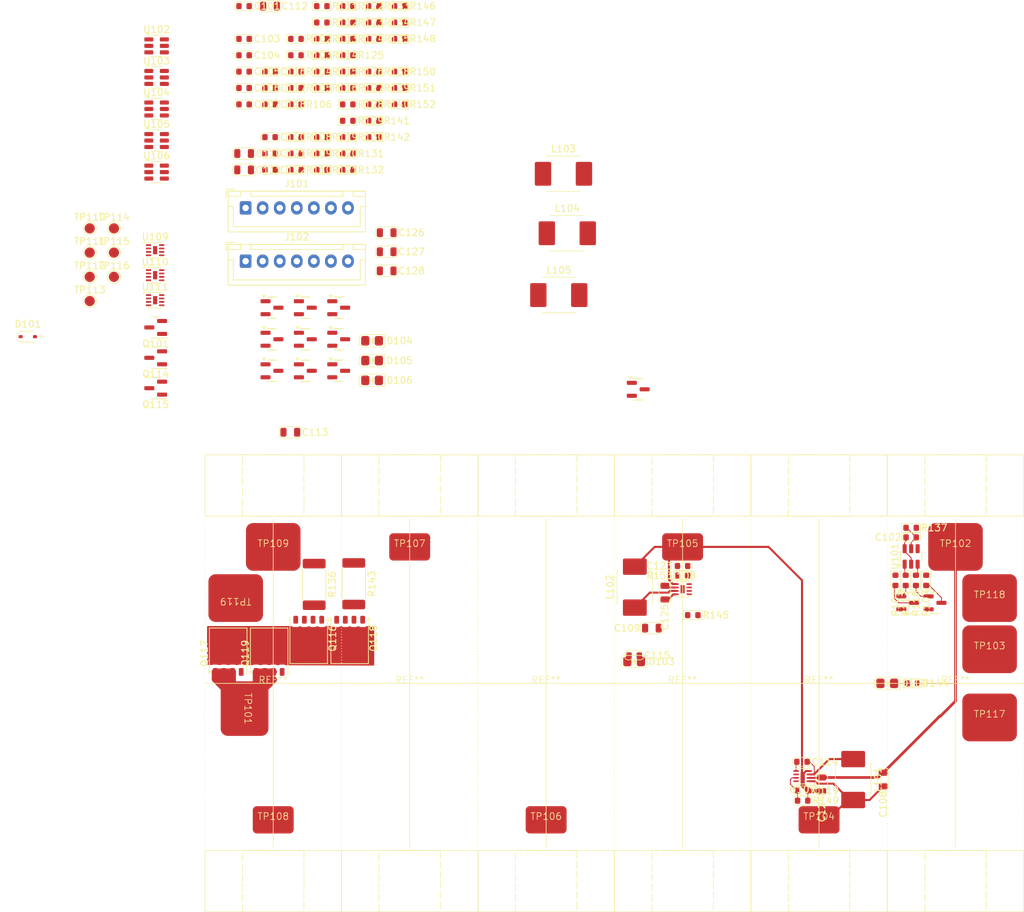
<source format=kicad_pcb>
(kicad_pcb (version 20241229) (generator "pcbnew") (generator_version "9.0")
  (layers (0 "F.Cu" signal) (4 "In1.Cu" signal) (6 "In2.Cu" signal) (2 "B.Cu" signal) (13 "F.Paste" user) (15 "B.Paste" user) (5 "F.SilkS" user "F.Silkscreen") (7 "B.SilkS" user "B.Silkscreen") (1 "F.Mask" user) (3 "B.Mask" user) (25 "Edge.Cuts" user))
  (net 0 "")
  (net 1 "Net-(Q101-B)")
  (net 2 "Net-(D104-K)")
  (net 3 "Net-(D105-K)")
  (net 4 "VBATT-")
  (net 5 "Net-(U101-VCC)")
  (net 6 "Net-(U102-VCC)")
  (net 7 "Net-(U103-VCC)")
  (net 8 "Net-(U104-VCC)")
  (net 9 "Net-(U105-VCC)")
  (net 10 "Net-(U106-VCC)")
  (net 11 "Net-(U107-BIAS)")
  (net 12 "VBATT+")
  (net 13 "Net-(U107-SW)")
  (net 14 "Net-(U108-SW)")
  (net 15 "Net-(U108-BIAS)")
  (net 16 "Net-(U109-BIAS)")
  (net 17 "Net-(U109-SW)")
  (net 18 "Net-(U110-BIAS)")
  (net 19 "Net-(U110-SW)")
  (net 20 "Net-(U111-SW)")
  (net 21 "Net-(U111-BIAS)")
  (net 22 "Net-(U107-ISET)")
  (net 23 "Net-(U109-ISET)")
  (net 24 "Net-(U110-ISET)")
  (net 25 "Net-(U111-ISET)")
  (net 26 "Net-(U108-ISET)")
  (net 27 "Net-(D102-K)")
  (net 28 "Net-(D101-A)")
  (net 29 "Net-(D101-K)")
  (net 30 "Net-(D102-A)")
  (net 31 "Net-(D106-A)")
  (net 32 "Net-(D103-K)")
  (net 33 "Net-(D103-A)")
  (net 34 "Net-(D104-A)")
  (net 35 "Net-(D105-A)")
  (net 36 "Net-(D106-K)")
  (net 37 "Net-(Q101-C)")
  (net 38 "Net-(Q102-B)")
  (net 39 "Net-(Q102-C)")
  (net 40 "Net-(Q103-C)")
  (net 41 "Net-(Q103-B)")
  (net 42 "Net-(Q104-B)")
  (net 43 "Net-(Q104-C)")
  (net 44 "Net-(Q105-B)")
  (net 45 "Net-(Q105-C)")
  (net 46 "Net-(Q106-B)")
  (net 47 "Net-(Q106-C)")
  (net 48 "Net-(Q107-B)")
  (net 49 "Net-(Q107-C)")
  (net 50 "Net-(Q108-B)")
  (net 51 "Net-(Q108-C)")
  (net 52 "Net-(Q109-B)")
  (net 53 "Net-(Q109-C)")
  (net 54 "Net-(Q110-C)")
  (net 55 "Net-(Q110-B)")
  (net 56 "Net-(Q111-B)")
  (net 57 "Net-(Q111-C)")
  (net 58 "Net-(Q112-B)")
  (net 59 "Net-(Q112-C)")
  (net 60 "Net-(Q113-C)")
  (net 61 "Net-(Q113-B)")
  (net 62 "Net-(Q115-B)")
  (net 63 "Net-(Q114-E)")
  (net 64 "Net-(U101-OD)")
  (net 65 "Net-(U101-OC)")
  (net 66 "Net-(U102-OD)")
  (net 67 "Net-(U102-OC)")
  (net 68 "Net-(U103-OD)")
  (net 69 "Net-(U103-OC)")
  (net 70 "Net-(U104-OD)")
  (net 71 "Net-(U104-OC)")
  (net 72 "Net-(U105-OD)")
  (net 73 "Net-(U105-OC)")
  (net 74 "Net-(U106-OD)")
  (net 75 "Net-(U106-OC)")
  (net 76 "Net-(U106-VM)")
  (net 88 "Net-(Q114-C)")
  (net 89 "/P-")
  (net 90 "/B5")
  (net 91 "/B4")
  (net 92 "/B3")
  (net 93 "/B2")
  (net 94 "/B1")
  (net 95 "Net-(Q116-S-Pad1)")
  (net 96 "Net-(Q116-D)")
  (footprint "A_Misc:TestPad_7x8" (layer "F.Cu") (at 165 107.5)
    (property "Reference" "TP118")
    (property "Value" "P+")
  )
  (footprint "PCM_JLCPCB:Q_SOT-23" (layer "F.Cu") (at 64.7038 64.9404)
    (property "Reference" "Q108" (hide yes))
    (property "Value" "MMBT5401")
  )
  (footprint "Package_TO_SOT_SMD:SOT-23-6" (layer "F.Cu") (at 42.9038 40.4404)
    (property "Reference" "U105")
    (property "Value" "DW01A")
  )
  (footprint "A_Device:L_6.6x7.0mm" (layer "F.Cu") (at 113 105.9 90)
    (property "Reference" "L102")
    (property "Value" "1uH")
  )
  (footprint "A_Device:C_0805" (layer "F.Cu") (at 140.4 134.8 -90)
    (property "Reference" "C124")
    (property "Value" "22uF")
  )
  (footprint "TestPoint:TestPoint_Pad_D1.5mm" (layer "F.Cu") (at 33.1038 60.4154)
    (property "Reference" "TP112")
    (property "Value" "B4")
  )
  (footprint "A_Misc:18650_Case_Side" (layer "F.Cu") (at 120 120)
    (property "Reference" "REF**")
    (property "Value" "18650_Case_Side")
  )
  (footprint "A_Device:R_0603" (layer "F.Cu") (at 78.5288 20.7404)
    (property "Reference" "R146")
    (property "Value" "1k")
  )
  (footprint "A_Device:C_0603" (layer "F.Cu") (at 55.7288 20.7404)
    (property "Reference" "C101")
    (property "Value" "470nF")
  )
  (footprint "PCM_JLCPCB:Q_SOT-23" (layer "F.Cu") (at 157 108.2)
    (property "Reference" "Q103" (hide yes))
    (property "Value" "MMBT5401")
  )
  (footprint "A_Device:R_0603" (layer "F.Cu") (at 154.2 104.9 -90)
    (property "Reference" "R118")
    (property "Value" "1M")
  )
  (footprint "TestPoint:TestPoint_Pad_D1.5mm" (layer "F.Cu") (at 36.6538 56.8654)
    (property "Reference" "TP115")
    (property "Value" "B1")
  )
  (footprint "A_Device:R_0603" (layer "F.Cu") (at 63.3288 25.5404)
    (property "Reference" "R102")
    (property "Value" "1M")
  )
  (footprint "TestPoint:TestPoint_Pad_D1.5mm" (layer "F.Cu") (at 33.1038 53.3154)
    (property "Reference" "TP110")
    (property "Value" "B+")
  )
  (footprint "A_Device:R_0603" (layer "F.Cu") (at 74.7288 20.7404)
    (property "Reference" "R133")
    (property "Value" "1M")
  )
  (footprint "A_Passive:LED_0805" (layer "F.Cu") (at 112.9 116.8)
    (property "Reference" "D103")
    (property "Value" "4-5")
  )
  (footprint "A_Passive:LED_0805" (layer "F.Cu") (at 74.4888 69.7904)
    (property "Reference" "D104")
    (property "Value" "2-3")
  )
  (footprint "A_Passive:LED_0805" (layer "F.Cu") (at 150 120)
    (property "Reference" "D102")
    (property "Value" "5-6")
  )
  (footprint "A_Device:R_0603" (layer "F.Cu") (at 155.7 104.9 -90)
    (property "Reference" "R107")
    (property "Value" "1M")
  )
  (footprint "A_Device:L_6.6x7.0mm" (layer "F.Cu") (at 103.0986 54.0258)
    (property "Reference" "L104")
    (property "Value" "1uH")
  )
  (footprint "A_Device:C_0603" (layer "F.Cu") (at 55.7288 30.3404)
    (property "Reference" "C105")
    (property "Value" "100n")
  )
  (footprint "A_Device:R_0603" (layer "F.Cu") (at 74.7288 25.5404)
    (property "Reference" "R135")
    (property "Value" "1M")
  )
  (footprint "A_Device:R_0603" (layer "F.Cu") (at 70.9288 25.5404)
    (property "Reference" "R124")
    (property "Value" "1M")
  )
  (footprint "A_Device:R_0603" (layer "F.Cu") (at 63.3288 44.7404)
    (property "Reference" "R110")
    (property "Value" "1M")
  )
  (footprint "A_Device:R_0603" (layer "F.Cu") (at 70.9288 44.7404)
    (property "Reference" "R132")
    (property "Value" "1M")
  )
  (footprint "A_Misc:TestPad_7x8" (layer "F.Cu") (at 60 100)
    (property "Reference" "TP109")
    (property "Value" "B-")
  )
  (footprint "A_Device:C_0805" (layer "F.Cu") (at 76.6288 56.7404)
    (property "Reference" "C127")
    (property "Value" "22uF")
  )
  (footprint "A_Device:R_0603" (layer "F.Cu") (at 70.9288 27.9404)
    (property "Reference" "R125")
    (property "Value" "1M")
  )
  (footprint "A_Device:R_0603" (layer "F.Cu") (at 78.5288 23.1404)
    (property "Reference" "R147")
    (property "Value" "1k")
  )
  (footprint "A_Device:C_0805" (layer "F.Cu") (at 62.5 83.2)
    (property "Reference" "C113")
    (property "Value" "10uF")
  )
  (footprint "Package_TO_SOT_SMD:SOT-23-6" (layer "F.Cu") (at 42.9038 31.1904)
    (property "Reference" "U103")
    (property "Value" "DW01A")
  )
  (footprint "Package_DFN_QFN:DFN-8-1EP_2x2mm_P0.5mm_EP0.6x1.2mm" (layer "F.Cu") (at 120 106.2)
    (property "Reference" "U108")
    (property "Value" "ETA3000D2I")
  )
  (footprint "A_Device:C_0603" (layer "F.Cu") (at 120 102.8 180)
    (property "Reference" "C123")
    (property "Value" "1n")
  )
  (footprint "A_Device:R_0603" (layer "F.Cu") (at 74.7288 35.1404)
    (property "Reference" "R140")
    (property "Value" "1k")
  )
  (footprint "A_Device:R_0603" (layer "F.Cu") (at 152.7 104.9 -90)
    (property "Reference" "R117")
    (property "Value" "1M")
  )
  (footprint "A_Device:R_0603" (layer "F.Cu") (at 70.9288 23.1404)
    (property "Reference" "R123")
    (property "Value" "1M")
  )
  (footprint "A_Misc:TestPad_4x6" (layer "F.Cu") (at 120 100)
    (property "Reference" "TP105")
    (property "Value" "B4")
  )
  (footprint "A_Device:R_0603" (layer "F.Cu") (at 121.5 110)
    (property "Reference" "R145")
    (property "Value" "1k")
  )
  (footprint "PCM_JLCPCB:Q_SOT-23" (layer "F.Cu") (at 59.8138 74.1904)
    (property "Reference" "Q107" (hide yes))
    (property "Value" "MMBT5401")
  )
  (footprint "A_IC_SOT:SOT-23_jlc" (layer "F.Cu") (at 42.3738 76.7354)
    (property "Reference" "Q115")
    (property "Value" "BFS20")
  )
  (footprint "A_Device:R_0603" (layer "F.Cu") (at 63.3288 39.9404)
    (property "Reference" "R108")
    (property "Value" "1M")
  )
  (footprint "A_IC_SOT:SOT-23_jlc" (layer "F.Cu") (at 42.3738 67.8354)
    (property "Reference" "Q101")
    (property "Value" "BFS20")
  )
  (footprint "A_Device:C_0603" (layer "F.Cu") (at 112.9 115.9)
    (property "Reference" "C115")
    (property "Value" "10n")
  )
  (footprint "A_Device:C_0805" (layer "F.Cu") (at 149.4 134.1 -90)
    (property "Reference" "C108")
    (property "Value" "10uF")
  )
  (footprint "A_Device:D_SOD-323_1.8x1.4x1.15" (layer "F.Cu") (at 24.0288 69.1854)
    (property "Reference" "D101")
    (property "Value" "1N4148WS")
  )
  (footprint "A_Device:R_0603" (layer "F.Cu") (at 74.7288 30.3404)
    (property "Reference" "R138")
    (property "Value" "1k")
  )
  (footprint "PCM_JLCPCB:Q_SOT-23" (layer "F.Cu") (at 69.5938 64.9404)
    (property "Reference" "Q111" (hide yes))
    (property "Value" "MMBT5401")
  )
  (footprint "A_IC_SOT:SOT-23_jlc" (layer "F.Cu") (at 42.3738 72.2854)
    (property "Reference" "Q114")
    (property "Value" "BFS20")
  )
  (footprint "A_Device:R_0603" (layer "F.Cu") (at 74.7288 39.9404)
    (property "Reference" "R142")
    (property "Value" "1k")
  )
  (footprint "Package_TO_SOT_SMD:SOT-23-6" (layer "F.Cu") (at 153.5 101.4 90)
    (property "Reference" "U101")
    (property "Value" "DW01A")
  )
  (footprint "A_Device:C_0805" (layer "F.Cu") (at 117.4 106.7 -90)
    (property "Reference" "C125")
    (property "Value" "22uF")
  )
  (footprint "PCM_JLCPCB:Q_SOT-23" (layer "F.Cu") (at 69.5938 69.5654)
    (property "Reference" "Q112" (hide yes))
    (property "Value" "MMBT5401")
  )
  (footprint "A_Device:R_0603" (layer "F.Cu") (at 63.3288 32.7404)
    (property "Reference" "R105")
    (property "Value" "1M")
  )
  (footprint "Package_DFN_QFN:DFN-8-1EP_2x2mm_P0.5mm_EP0.6x1.2mm" (layer "F.Cu") (at 137.6 133.6 180)
    (property "Reference" "U107")
    (property "Value" "ETA3000D2I")
  )
  (footprint "PCM_JLCPCB:Q_SOT-23" (layer "F.Cu") (at 59.8138 69.5654)
    (property "Reference" "Q106" (hide yes))
    (property "Value" "MMBT5401")
  )
  (footprint "A_Device:C_0805" (layer "F.Cu") (at 55.7288 42.3404)
    (property "Reference" "C110")
    (property "Value" "10uF")
  )
  (footprint "PCM_JLCPCB:Q_SOT-23" (layer "F.Cu") (at 153 108.2)
    (property "Reference" "Q102" (hide yes))
    (property "Value" "MMBT5401")
  )
  (footprint "A_Device:C_0603" (layer "F.Cu") (at 59.5288 32.7404)
    (property "Reference" "C117")
    (property "Value" "10n")
  )
  (footprint "A_Device:R_0603" (layer "F.Cu") (at 67.1288 23.1404)
    (property "Reference" "R112")
    (property "Value" "1M")
  )
  (footprint "A_Device:R_0603" (layer "F.Cu") (at 67.1288 32.7404)
    (property "Reference" "R116")
    (property "Value" "1M")
  )
  (footprint "A_Device:C_0603" (layer "F.Cu") (at 59.5288 39.9404)
    (property "Reference" "C120")
    (property "Value" "1n")
  )
  (footprint "A_Misc:TestPad_7x8" (layer "F.Cu") (at 160 100)
    (property "Reference" "TP102")
    (property "Value" "P+")
  )
  (footprint "A_Device:C_0603" (layer "F.Cu") (at 55.7288 32.7404)
    (property "Reference" "C106")
    (property "Value" "100n")
  )
  (footprint "Package_DFN_QFN:DFN-8-1EP_2x2mm_P0.5mm_EP0.6x1.2mm" (layer "F.Cu") (at 42.6888 60.1754)
    (property "Reference" "U110")
    (property "Value" "ETA3000D2I")
  )
  (footprint "A_Device:R_0603" (layer "F.Cu") (at 78.5288 25.5404)
    (property "Reference" "R148")
    (property "Value" "1k")
  )
  (footprint "A_Device:L_6.6x7.0mm" (layer "F.Cu") (at 145 134.1 -90)
    (property "Reference" "L101")
    (property "Value" "1uH")
  )
  (footprint "A_Device:C_0603" (layer "F.Cu") (at 59.5288 42.3404)
    (property "Reference" "C121")
    (property "Value" "1n")
  )
  (footprint "Package_DFN_QFN:PQFN-8-EP_6x5mm_P1.27mm_Generic" (layer "F.Cu") (at 71.198666 113.4 -90)
    (property "Reference" "Q118")
    (property "Value" "HYG025N04NA1C2")
  )
  (footprint "A_Device:C_0805" (layer "F.Cu") (at 55.7288 44.7404)
    (property "Reference" "C111")
    (property "Value" "10uF")
  )
  (footprint "TestPoint:TestPoint_Pad_D1.5mm" (layer "F.Cu") (at 36.6538 60.4154)
    (property "Reference" "TP116")
    (property "Value" "B-")
  )
  (footprint "A_Device:R_0603" (layer "F.Cu") (at 67.1288 25.5404)
    (property "Reference" "R113")
    (property "Value" "1M")
  )
  (footprint "A_Misc:TestPad_4x6" (layer "F.Cu") (at 60 140)
    (property "Reference" "TP108")
    (property "Value" "B1")
  )
  (footprint "Resistor_SMD:R_2512_6332Metric_Pad1.40x3.35mm_HandSolder" (layer "F.Cu") (at 71.8 105.4 -90)
    (property "Reference" "R143")
    (property "Value" "R005")
  )
  (footprint "A_Device:R_0603" (layer "F.Cu") (at 63.3288 42.3404)
    (property "Reference" "R109")
    (property "Value" "1M")
  )
  (footprint "TestPoint:TestPoint_Pad_D1.5mm" (layer "F.Cu") (at 33.1038 63.9654)
    (property "Reference" "TP113")
    (property "Value" "B3")
  )
  (footprint "Package_DFN_QFN:DFN-8-1EP_2x2mm_P0.5mm_EP0.6x1.2mm" (layer "F.Cu") (at 42.6888 56.5104)
    (property "Reference" "U109")
    (property "Value" "ETA3000D2I")
  )
  (footprint "PCM_JLCPCB:Q_SOT-23" (layer "F.Cu") (at 59.8138 64.9404)
    (property "Reference" "Q105" (hide yes))
    (property "Value" "MMBT5401")
  )
  (footprint "PCM_JLCPCB:Q_SOT-23" (layer "F.Cu") (at 69.5938 74.1904)
    (property "Reference" "Q113" (hide yes))
    (property "Value" "MMBT5401")
  )
  (footprint "A_Device:C_0805" (layer "F.Cu") (at 76.6288 59.5404)
    (property "Reference" "C128")
    (property "Value" "22uF")
  )
  (footprint "TestPoint:TestPoint_Pad_D1.5mm" (layer "F.Cu") (at 33.1038 56.8654)
    (property "Reference" "TP111")
    (property "Value" "B5")
  )
  (footprint "A_Device:R_0603" (layer "F.Cu") (at 70.9288 35.1404)
    (property "Reference" "R128")
    (property "Value" "1M")
  )
  (footprint "A_Misc:18650_Case_Side" (layer "F.Cu") (at 140 120)
    (property "Reference" "REF**")
    (property "Value" "18650_Case_Side")
  )
  (footprint "A_Device:C_0603" (layer "F.Cu") (at 153.5 98.6 180)
    (property "Reference" "C102")
    (property "Value" "100n")
  )
  (footprint "A_Misc:18650_Case_Side" (layer "F.Cu") (at 60 120)
    (property "Reference" "REF**")
    (property "Value" "18650_Case_Side")
  )
  (footprint "A_Device:R_0603" (layer "F.Cu") (at 70.9288 37.5404)
    (property "Reference" "R129")
    (property "Value" "1M")
  )
  (footprint "A_Device:C_0805" (layer "F.Cu") (at 115.5 111.9 180)
    (property "Reference" "C109")
    (property "Value" "10uF")
  )
  (footprint "A_Device:R_0603" (layer "F.Cu") (at 63.3288 27.9404)
    (property "Reference" "R103")
    (property "Value" "1M")
  )
  (footprint "Resistor_SMD:R_2512_6332Metric_Pad1.40x3.35mm_HandSolder" (layer "F.Cu") (at 66 105.5 -90)
    (property "Reference" "R136")
    (property "Value" "R005")
  )
  (footprint "A_Device:R_0603" (layer "F.Cu") (at 67.1288 20.7404)
    (property "Reference" "R111")
    (property "Value" "1M")
  )
  (footprint "Connector_JST:JST_XH_B7B-XH-A_1x07_P2.50mm_Vertical" (layer "F.Cu") (at 55.9538 58.1154)
    (property "Reference" "J102")
    (property "Value" "Balance")
  )
  (footprint "Package_TO_SOT_SMD:SOT-23-6" (layer "F.Cu") (at 42.9038 35.8154)
    (property "Reference" "U104")
    (property "Value" "DW01A")
  )
  (footprint "A_Device:C_0603" (layer "F.Cu") (at 55.7288 25.5404)
    (property "Reference" "C103")
    (property "Value" "100n")
  )
  (footprint "A_Device:L_6.6x7.0mm" (layer "F.Cu") (at 102.5398 45.3136)
    (property "Reference" "L103")
    (property "Value" "1uH")
  )
  (footprint "A_Misc:TestPad_7x8" (layer "F.Cu") (at 165 115)
    (property "Reference" "TP103")
    (property "Value" "B+")
  )
  (footprint "A_Device:R_0603" (layer "F.Cu") (at 70.9288 42.3404)
    (property "Reference" "R131")
    (property "Value" "1M")
  )
  (footprint "Package_DFN_QFN:PQFN-8-EP_6x5mm_P1.27mm_Generic" (layer "F.Cu") (at 53.398666 115.6 90)
    (property "Reference" "Q117")
    (property "Value" "HYG025N04NA1C2")
  )
  (footprint "A_Device:R_0603" (layer "F.Cu") (at 70.9288 30.3404)
    (property "Reference" "R126")
    (property "Value" "1M")
  )
  (footprint "A_Misc:TestPad_4x6" (layer "F.Cu") (at 100 140)
    (property "Reference" "TP106")
    (property "Value" "B3")
  )
  (footprint "A_Device:R_0603" (layer "F.Cu") (at 153.7 120)
    (property "Reference" "R144")
    (property "Value" "1k")
  )
  (footprint "A_Device:R_0603" (layer "F.Cu") (at 151.2 104.9 -90)
    (property "Reference" "R101")
    (property "Value" "1M")
  )
  (footprint "TestPoint:TestPoint_Pad_D1.5mm" (layer "F.Cu") (at 36.6538 53.3154)
    (property "Reference" "TP114")
    (property "Value" "B2")
  )
  (footprint "PCM_JLCPCB:Q_SOT-23" (layer "F.Cu") (at 113.5 76.9)
    (property "Reference" "Q104" (hide yes))
    (property "Value" "MMBT5401")
  )
  (footprint "A_Device:R_0603" (layer "F.Cu") (at 74.7288 32.7404)
    (property "Reference" "R139")
    (property "Value" "1k")
  )
  (footprint "A_Device:R_0603" (layer "F.Cu") (at 120 104.2 180)
    (property "Reference" "R153")
    (property "Value" "25K")
  )
  (footprint "A_Device:R_0603" (layer "F.Cu") (at 78.5288 32.7404)
    (property "Reference" "R151")
    (property "Value" "25K")
  )
  (footprint "A_Device:R_0603" (layer "F.Cu") (at 70.9288 32.7404)
    (property "Reference" "R127")
    (property "Value" "1M")
  )
  (footprint "A_Device:R_0603" (layer "F.Cu") (at 74.7288 23.1404)
    (property "Reference" "R134")
    (property "Value" "10M")
  )
  (footprint "A_Passive:LED_0805" (layer "F.Cu") (at 74.4888 72.6904)
    (property "Reference" "D105")
    (property "Value" "1-2")
  )
  (footprint "A_Device:C_0805" (layer "F.Cu") (at 59.5288 20.7404)
    (property "Reference" "C112")
    (property "Value" "10uF")
  )
  (footprint "A_Device:R_0603" (layer "F.Cu") (at 153.5 97.2)
    (property "Reference" "R137")
    (property "Value" "1k")
  )
  (footprint "Package_DFN_QFN:DFN-8-1EP_2x2mm_P0.5mm_EP0.6x1.2mm" (layer "F.Cu") (at 42.6888 63.8404)
    (property "Reference" "U111")
    (property "Value" "ETA3000D2I")
  )
  (footprint "A_Misc:18650_Case_Side" (layer "F.Cu") (at 100 120)
    (property "Reference" "REF**")
    (property "Value" "18650_Case_Side")
  )
  (footprint "Package_DFN_QFN:PQFN-8-EP_6x5mm_P1.27mm_Generic" (layer "F.Cu") (at 59.398666 115.6 90)
    (property "Reference" "Q119")
    (property "Value" "HYG025N04NA1C2")
  )
  (footprint "A_Device:R_0603" (layer "F.Cu") (at 137.6 137.2)
    (property "Reference" "R149")
    (property "Value" "25K")
  )
  (footprint "A_Misc:TestPad_4x6" (layer "F.Cu") (at 140 140)
    (property "Reference" "TP104")
    (property "Value" "B5")
  )
  (footprint "A_Device:R_0603" (layer "F.Cu") (at 70.9288 39.9404)
    (property "Reference" "R130")
    (property "Value" "1K")
  )
  (footprint "A_Device:C_0603" (layer "F.Cu") (at 137.5 131.5)
    (property "Reference" "C114")
    (property "Value" "10n")
  )
  (footprint "A_Device:C_0603" (layer "F.Cu") (at 59.5288 30.3404)
    (property "Reference" "C116")
    (property "Value" "10n")
  )
  (footprint "A_Device:R_0603" (layer "F.Cu") (at 67.1288 44.7404)
    (property "Reference" "R121")
    (property "Value" "1M")
  )
  (footprint "A_Device:R_0603" (layer "F.Cu") (at 67.1288 30.3404)
    (property "Reference" "R115")
    (property "Value" "10M")
  )
  (footprint "A_Misc:TestPad_7x8" (layer "F.Cu") (at 54.5 107.5 180)
    (property "Reference" "TP119")
    (property "Value" "B-")
  )
  (footprint "A_Device:R_0603" (layer "F.Cu") (at 63.3288 30.3404)
    (property "Reference" "R104")
    (property "Value" "1M")
  )
  (footprint "A_Misc:TestPad_7x8" (layer "F.Cu") (at 165 125)
    (property "Reference" "TP117")
    (property "Value" "P-")
  )
  (footprint "Connector_JST:JST_XH_B7B-XH-A_1x07_P2.50mm_Vertical" (layer "F.Cu") (at 55.9538 50.3154)
    (property "Reference" "J101")
    (property "Value" "Balance")
  )
  (footprint "Package_DFN_QFN:PQFN-8-EP_6x5mm_P1.27mm_Generic" (layer "F.Cu") (at 65.198666 113.4 -90)
    (property "Reference" "Q116")
    (property "Value" "HYG025N04NA1C2")
  )
  (footprint "A_Device:C_0603" (layer "F.Cu") (at 59.5288 44.7404)
    (property "Reference" "C122")
    (property "Value" "1n")
  )
  (footprint "A_Device:R_0603" (layer "F.Cu") (at 70.9288 20.7404)
    (property "Reference" "R122")
    (property "Value" "1M")
  )
  (footprint "A_Device:R_0603" (layer "F.Cu") (at 78.5288 35.1404)
    (property "Reference" "R152")
    (property "Value" "25K")
  )
  (footprint "A_Misc:TestPad_7x8" (layer "F.Cu") (at 55.798666 123.7 -90)
    (property "Reference" "TP101")
    (property "Value" "P-")
  )
  (footprint "A_Device:C_0603" (layer "F.Cu") (at 55.7288 35.1404)
    (property "Reference" "C107")
    (property "Value" "100n")
  )
  (footprint "A_Passive:LED_0805" (layer "F.Cu") (at 74.4888 75.5904)
    (property "Reference" "D106")
    (property "Value" "4-3")
  )
  (footprint "A_Device:L_6.6x7.0mm" (layer "F.Cu") (at 101.854 63.0904)
    (property "Reference" "L105")
    (property "Value" "1uH")
  )
  (footprint "A_Misc:18650_Case_Side" (layer "F.Cu") (at 160 120)
    (property "Reference" "REF**")
    (property "Value" "18650_Case_Side")
  )
  (footprint "A_Device:R_0603" (layer "F.Cu") (at 67.1288 27.9404)
    (property "Reference" "R114")
    (property "Value" "1M")
  )
  (footprint "A_Device:C_0603" (layer "F.Cu") (at 55.7288 27.9404)
    (property "Reference" "C104")
    (property "Value" "100n")
  )
  (footprint "PCM_JLCPCB:Q_SOT-23" (layer "F.Cu") (at 64.7038 74.1904)
    (property "Reference" "Q110" (hide yes))
    (property "Value" "MMBT5401")
  )
  (footprint "PCM_JLCPCB:Q_SOT-23" (layer "F.Cu") (at 64.7038 69.5654)
    (property "Reference" "Q109" (hide yes))
    (property "Value" "MMBT5401")
  )
  (footprint "A_Device:R_0603" (layer "F.Cu") (at 63.3288 35.1404)
    (property "Reference" "R106")
    (property "Value" "1M")
  )
  (footprint "Package_TO_SOT_SMD:SOT-23-6" (layer "F.Cu") (at 42.9038 26.5654)
    (property "Reference" "U102")
    (property "Value" "DW01A")
  )
  (footprint "A_Device:R_0603" (layer "F.Cu") (at 74.7288 37.5404)
    (property "Reference" "R141")
    (property "Value" "1k")
  )
  (footprint "A_Misc:18650_Case_Side" (layer "F.Cu") (at 80 120)
    (property "Reference" "REF**")
    (property "Value" "18650_Case_Side")
  )
  (footprint "A_Device:R_0603" (layer "F.Cu") (at 67.1288 39.9404)
    (property "Reference" "R119")
    (property "Value" "1M")
  )
  (footprint "A_Device:C_0603" (layer "F.Cu") (at 59.5288 35.1404)
    (property "Reference" "C118")
    (property "Value" "10n")
  )
  (footprint "A_Device:R_0603" (layer "F.Cu") (at 78.5288 30.3404)
    (property "Reference" "R150")
    (property "Value" "25K")
  )
  (footprint "Package_TO_SOT_SMD:SOT-23-6" (layer "F.Cu") (at 42.9038 45.0654)
    (property "Reference" "U106")
    (property "Value" "DW01A")
  )
  (footprint "A_Device:C_0603" (layer "F.Cu") (at 137.6 135.7)
    (property "Reference" "C119")
    (property "Value" "1n")
  )
  (footprint "A_Misc:TestPad_4x6" (layer "F.Cu") (at 80 100)
    (property "Reference" "TP107")
    (property "Value" "B2")
  )
  (footprint "A_Device:C_0805" (layer "F.Cu") (at 76.6288 53.9404)
    (property "Reference" "C126")
    (property "Value" "22uF")
  )
  (footprint "A_Device:R_0603" (layer "F.Cu") (at 67.1288 42.3404)
    (property "Reference" "R120")
    (property "Value" "1M")
  )
  (segment (start 154.25 98.6) (end 153.5 99.35) (width 0.127) (layer "F.Cu") (net 5))
  (segment (start 152.75 97.2) (end 152.85 97.2) (width 0.127) (layer "F.Cu") (net 5))
  (segment (start 152.85 97.2) (end 154.25 98.6) (width 0.127) (layer "F.Cu") (net 5))
  (segment (start 153.5 99.35) (end 153.5 100.2625) (width 0.127) (layer "F.Cu") (net 5))
  (segment (start 136.6375 131.6125) (end 136.75 131.5) (width 0.3) (layer "F.Cu") (net 11))
  (segment (start 136.6375 132.85) (end 136.6375 131.6125) (width 0.127) (layer "F.Cu") (net 11))
  (segment (start 140.35 133.85) (end 140.4 133.8) (width 0.3) (layer "F.Cu") (net 12))
  (segment (start 157.7 124.8) (end 157.8 124.8) (width 0.4) (layer "F.Cu") (net 12))
  (segment (start 148.7 133.8) (end 149.4 133.1) (width 0.4) (layer "F.Cu") (net 12))
  (segment (start 154.45 120) (end 159.8 120) (width 0.127) (layer "F.Cu") (net 12))
  (segment (start 160 122.6) (end 160 119.8) (width 0.4) (layer "F.Cu") (net 12))
  (segment (start 149.4 133.1) (end 157.7 124.8) (width 0.4) (layer "F.Cu") (net 12))
  (segment (start 159.8 120) (end 160 119.8) (width 0.127) (layer "F.Cu") (net 12))
  (segment (start 157.8 124.8) (end 160 122.6) (width 0.4) (layer "F.Cu") (net 12))
  (segment (start 160 119.8) (end 160 100) (width 0.4) (layer "F.Cu") (net 12))
  (segment (start 138.5625 133.85) (end 140.35 133.85) (width 0.3) (layer "F.Cu") (net 12))
  (segment (start 140.4 133.8) (end 148.7 133.8) (width 0.4) (layer "F.Cu") (net 12))
  (segment (start 139.3 132.2) (end 139.3 133.15) (width 0.127) (layer "F.Cu") (net 13))
  (segment (start 139.1 133.35) (end 139.25 133.35) (width 0.3) (layer "F.Cu") (net 13))
  (segment (start 138.5625 133.35) (end 139.1 133.35) (width 0.3) (layer "F.Cu") (net 13))
  (segment (start 139.3 133.15) (end 139.1 133.35) (width 0.127) (layer "F.Cu") (net 13))
  (segment (start 139.25 133.35) (end 139.3 133.3) (width 0.3) (layer "F.Cu") (net 13))
  (segment (start 141.5 131.1) (end 145 131.1) (width 0.3) (layer "F.Cu") (net 13))
  (segment (start 138.25 131.5) (end 138.6 131.5) (width 0.127) (layer "F.Cu") (net 13))
  (segment (start 138.6 131.5) (end 139.3 132.2) (width 0.127) (layer "F.Cu") (net 13))
  (segment (start 139.3 133.3) (end 141.5 131.1) (width 0.3) (layer "F.Cu") (net 13))
  (segment (start 117.9 106.7) (end 115.2 106.7) (width 0.3) (layer "F.Cu") (net 14))
  (segment (start 118.15 106.45) (end 117.9 106.7) (width 0.3) (layer "F.Cu") (net 14))
  (segment (start 119.0375 106.45) (end 118.15 106.45) (width 0.3) (layer "F.Cu") (net 14))
  (segment (start 115.2 106.7) (end 113 108.9) (width 0.3) (layer "F.Cu") (net 14))
  (segment (start 136.6375 133.85) (end 136.05 133.85) (width 0.127) (layer "F.Cu") (net 22))
  (segment (start 135.8 134.1) (end 135.8 134.8) (width 0.127) (layer "F.Cu") (net 22))
  (segment (start 136.05 133.85) (end 135.8 134.1) (width 0.127) (layer "F.Cu") (net 22))
  (segment (start 136.7 135.7) (end 136.85 135.7) (width 0.127) (layer "F.Cu") (net 22))
  (segment (start 136.85 135.7) (end 136.85 137.2) (width 0.127) (layer "F.Cu") (net 22))
  (segment (start 135.8 134.8) (end 136.7 135.7) (width 0.127) (layer "F.Cu") (net 22))
  (segment (start 151 120) (end 152.95 120) (width 0.127) (layer "F.Cu") (net 30))
  (segment (start 152.7 106.61) (end 152.06 107.25) (width 0.127) (layer "F.Cu") (net 38))
  (segment (start 152.7 105.65) (end 152.7 106.61) (width 0.127) (layer "F.Cu") (net 38))
  (segment (start 151.2 105.65) (end 151.0555 105.7945) (width 0.127) (layer "F.Cu") (net 39))
  (segment (start 151.0555 107.575848) (end 151.679652 108.2) (width 0.127) (layer "F.Cu") (net 39))
  (segment (start 151.0555 105.7945) (end 151.0555 107.575848) (width 0.127) (layer "F.Cu") (net 39))
  (segment (start 151.679652 108.2) (end 153.94 108.2) (width 0.127) (layer "F.Cu") (net 39))
  (segment (start 156.15 105.65) (end 155.7 105.65) (width 0.127) (layer "F.Cu") (net 40))
  (segment (start 157.94 107.44) (end 156.15 105.65) (width 0.127) (layer "F.Cu") (net 40))
  (segment (start 157.94 108.2) (end 157.94 107.44) (width 0.127) (layer "F.Cu") (net 40))
  (segment (start 154.2 106.5) (end 154.95 107.25) (width 0.127) (layer "F.Cu") (net 41))
  (segment (start 154.95 107.25) (end 156.06 107.25) (width 0.127) (layer "F.Cu") (net 41))
  (segment (start 154.2 105.65) (end 154.2 106.5) (width 0.127) (layer "F.Cu") (net 41))
  (segment (start 152.55 104) (end 152.7 104.15) (width 0.127) (layer "F.Cu") (net 64))
  (segment (start 152.55 102.5375) (end 152.55 104) (width 0.127) (layer "F.Cu") (net 64))
  (segment (start 154.45 102.5375) (end 154.45 103.9) (width 0.127) (layer "F.Cu") (net 65))
  (segment (start 154.45 103.9) (end 154.2 104.15) (width 0.127) (layer "F.Cu") (net 65))
  (segment (start 52.098666 118.325) (end 51.493666 118.325) (width 1) (layer "F.Cu") (net 89))
  (segment (start 57.493666 122.005) (end 55.798666 123.7) (width 1) (layer "F.Cu") (net 89))
  (segment (start 58.763666 118.325) (end 58.763666 120.735) (width 1) (layer "F.Cu") (net 89))
  (segment (start 57.493666 118.325) (end 57.493666 122.005) (width 1) (layer "F.Cu") (net 89))
  (segment (start 59.398666 118.325) (end 58.198666 118.325) (width 1) (layer "F.Cu") (net 89))
  (segment (start 58.198666 118.325) (end 58.198666 121.3) (width 1) (layer "F.Cu") (net 89))
  (segment (start 51.493666 119.395) (end 55.798666 123.7) (width 1) (layer "F.Cu") (net 89))
  (segment (start 52.763666 118.325) (end 52.763666 120.665) (width 1) (layer "F.Cu") (net 89))
  (segment (start 58.198666 118.325) (end 57.493666 118.325) (width 1) (layer "F.Cu") (net 89))
  (segment (start 60.033666 118.325) (end 59.398666 118.325) (width 1) (layer "F.Cu") (net 89))
  (segment (start 59.398666 118.325) (end 59.398666 120.1) (width 1) (layer "F.Cu") (net 89))
  (segment (start 54.033666 121.935) (end 55.798666 123.7) (width 1) (layer "F.Cu") (net 89))
  (segment (start 52.098666 120) (end 55.798666 123.7) (width 1) (layer "F.Cu") (net 89))
  (segment (start 58.198666 121.3) (end 55.798666 123.7) (width 1) (layer "F.Cu") (net 89))
  (segment (start 58.763666 120.735) (end 55.798666 123.7) (width 1) (layer "F.Cu") (net 89))
  (segment (start 51.493666 118.325) (end 51.493666 119.395) (width 1) (layer "F.Cu") (net 89))
  (segment (start 53.398666 118.325) (end 53.398666 121.3) (width 1) (layer "F.Cu") (net 89))
  (segment (start 53.398666 121.3) (end 55.798666 123.7) (width 1) (layer "F.Cu") (net 89))
  (segment (start 54.033666 118.325) (end 53.398666 118.325) (width 1) (layer "F.Cu") (net 89))
  (segment (start 54.033666 118.325) (end 54.033666 121.935) (width 1) (layer "F.Cu") (net 89))
  (segment (start 60.033666 119.465) (end 55.798666 123.7) (width 1) (layer "F.Cu") (net 89))
  (segment (start 52.098666 118.325) (end 52.098666 120) (width 1) (layer "F.Cu") (net 89))
  (segment (start 59.398666 120.1) (end 55.798666 123.7) (width 1) (layer "F.Cu") (net 89))
  (segment (start 53.398666 118.325) (end 52.098666 118.325) (width 1) (layer "F.Cu") (net 89))
  (segment (start 52.763666 120.665) (end 55.798666 123.7) (width 1) (layer "F.Cu") (net 89))
  (segment (start 152.55 100.65) (end 153.5 101.6) (width 0.127) (layer "F.Cu") (net 90))
  (segment (start 139.45 134.35) (end 139.8 134.7) (width 0.3) (layer "F.Cu") (net 90))
  (segment (start 140 140) (end 141.3 140) (width 0.3) (layer "F.Cu") (net 90))
  (segment (start 152.75 99.1) (end 152.55 99.3) (width 0.127) (layer "F.Cu") (net 90))
  (segment (start 144.5 137.1) (end 145 137.1) (width 0.3) (layer "F.Cu") (net 90))
  (segment (start 152.55 99.3) (end 152.55 100.2625) (width 0.127) (layer "F.Cu") (net 90))
  (segment (start 141.3 140) (end 144.2 137.1) (width 0.3) (layer "F.Cu") (net 90))
  (segment (start 139.8 134.7) (end 142.1 134.7) (width 0.3) (layer "F.Cu") (net 90))
  (segment (start 117.65 105.95) (end 117.4 105.7) (width 0.3) (layer "F.Cu") (net 90))
  (segment (start 152.75 98.6) (end 152.75 99.1) (width 0.127) (layer "F.Cu") (net 90))
  (segment (start 152.55 100.2625) (end 152.55 100.65) (width 0.127) (layer "F.Cu") (net 90))
  (segment (start 144.2 137.1) (end 145 137.1) (width 0.3) (layer "F.Cu") (net 90))
  (segment (start 142.1 134.7) (end 144.5 137.1) (width 0.3) (layer "F.Cu") (net 90))
  (segment (start 119.0375 105.95) (end 117.65 105.95) (width 0.3) (layer "F.Cu") (net 90))
  (segment (start 147.4 137.1) (end 149.4 135.1) (width 0.3) (layer "F.Cu") (net 90))
  (segment (start 138.5625 134.35) (end 139.45 134.35) (width 0.3) (layer "F.Cu") (net 90))
  (segment (start 153.5 101.6) (end 153.5 102.5375) (width 0.127) (layer "F.Cu") (net 90))
  (segment (start 145 137.1) (end 147.4 137.1) (width 0.3) (layer "F.Cu") (net 90))
  (segment (start 140.4 135.8) (end 138.45 135.8) (width 0.6) (layer "F.Cu") (net 91))
  (segment (start 138.5625 132.85) (end 138.08849 132.85) (width 0.3) (layer "F.Cu") (net 91))
  (segment (start 118.4 105.2) (end 118 104.8) (width 0.3) (layer "F.Cu") (net 91))
  (segment (start 118 102) (end 120 100) (width 0.3) (layer "F.Cu") (net 91))
  (segment (start 118.4 105.3) (end 118.4 105.2) (width 0.3) (layer "F.Cu") (net 91))
  (segment (start 137.6 133.6) (end 137.6 134.95) (width 0.6) (layer "F.Cu") (net 91))
  (segment (start 138.35 137.2) (end 138.35 135.7) (width 0.127) (layer "F.Cu") (net 91))
  (segment (start 137.6 134.95) (end 138.35 135.7) (width 0.6) (layer "F.Cu") (net 91))
  (segment (start 118 104.8) (end 118 102) (width 0.3) (layer "F.Cu") (net 91))
  (segment (start 118.55 105.45) (end 118.4 105.3) (width 0.3) (layer "F.Cu") (net 91))
  (segment (start 137.6 133.6) (end 137.5 133.5) (width 0.3) (layer "F.Cu") (net 91))
  (segment (start 120 100) (end 115.9 100) (width 0.3) (layer "F.Cu") (net 91))
  (segment (start 137.5 104.9) (end 132.6 100) (width 0.3) (layer "F.Cu") (net 91))
  (segment (start 132.6 100) (end 120 100) (width 0.3) (layer "F.Cu") (net 91))
  (segment (start 138.08849 132.85) (end 137.6 133.33849) (width 0.3) (layer "F.Cu") (net 91))
  (segment (start 119.0375 105.45) (end 118.55 105.45) (width 0.3) (layer "F.Cu") (net 91))
  (segment (start 137.5 133.5) (end 137.5 104.9) (width 0.3) (layer "F.Cu") (net 91))
  (segment (start 138.45 135.8) (end 138.35 135.7) (width 0.6) (layer "F.Cu") (net 91))
  (segment (start 137.6 133.33849) (end 137.6 133.6) (width 0.3) (layer "F.Cu") (net 91))
  (segment (start 115.9 100) (end 113 102.9) (width 0.3) (layer "F.Cu") (net 91))
  (segment (start 118.65 106.95) (end 117.9 107.7) (width 0.3) (layer "F.Cu") (net 92))
  (segment (start 117.9 107.7) (end 117.4 107.7) (width 0.3) (layer "F.Cu") (net 92))
  (segment (start 119.0375 106.95) (end 118.65 106.95) (width 0.3) (layer "F.Cu") (net 92))
  (zone (net 96) (net_name "Net-(Q116-D)") (layer "F.Cu") (connect_pads (clearance 0.5)) (min_thickness 0.25) (fill yes (thermal_gap 0.5) (thermal_bridge_width 0.5))
    (polygon (pts (xy 74.798666 111.6) (xy 74.798666 117.4) (xy 50.298666 117.3) (xy 50.298666 111.6)))
  )
)
</source>
